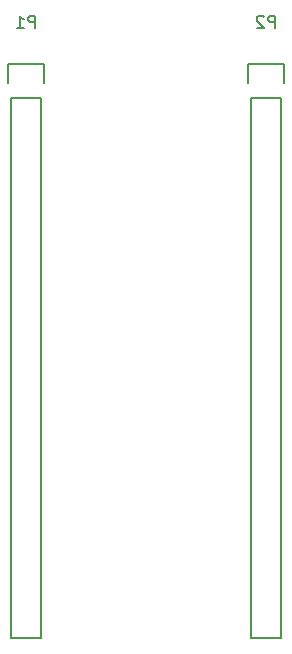
<source format=gbr>
G04 #@! TF.FileFunction,Legend,Bot*
%FSLAX46Y46*%
G04 Gerber Fmt 4.6, Leading zero omitted, Abs format (unit mm)*
G04 Created by KiCad (PCBNEW 4.0.3+e1-6302~38~ubuntu16.04.1-stable) date Wed Aug 17 12:35:28 2016*
%MOMM*%
%LPD*%
G01*
G04 APERTURE LIST*
%ADD10C,0.100000*%
%ADD11C,0.150000*%
G04 APERTURE END LIST*
D10*
D11*
X129540000Y-106680000D02*
X129540000Y-152400000D01*
X129540000Y-152400000D02*
X132080000Y-152400000D01*
X132080000Y-152400000D02*
X132080000Y-106680000D01*
X129260000Y-103860000D02*
X129260000Y-105410000D01*
X129540000Y-106680000D02*
X132080000Y-106680000D01*
X132360000Y-105410000D02*
X132360000Y-103860000D01*
X132360000Y-103860000D02*
X129260000Y-103860000D01*
X149860000Y-106680000D02*
X149860000Y-152400000D01*
X149860000Y-152400000D02*
X152400000Y-152400000D01*
X152400000Y-152400000D02*
X152400000Y-106680000D01*
X149580000Y-103860000D02*
X149580000Y-105410000D01*
X149860000Y-106680000D02*
X152400000Y-106680000D01*
X152680000Y-105410000D02*
X152680000Y-103860000D01*
X152680000Y-103860000D02*
X149580000Y-103860000D01*
X131548095Y-100762381D02*
X131548095Y-99762381D01*
X131167142Y-99762381D01*
X131071904Y-99810000D01*
X131024285Y-99857619D01*
X130976666Y-99952857D01*
X130976666Y-100095714D01*
X131024285Y-100190952D01*
X131071904Y-100238571D01*
X131167142Y-100286190D01*
X131548095Y-100286190D01*
X130024285Y-100762381D02*
X130595714Y-100762381D01*
X130310000Y-100762381D02*
X130310000Y-99762381D01*
X130405238Y-99905238D01*
X130500476Y-100000476D01*
X130595714Y-100048095D01*
X151868095Y-100762381D02*
X151868095Y-99762381D01*
X151487142Y-99762381D01*
X151391904Y-99810000D01*
X151344285Y-99857619D01*
X151296666Y-99952857D01*
X151296666Y-100095714D01*
X151344285Y-100190952D01*
X151391904Y-100238571D01*
X151487142Y-100286190D01*
X151868095Y-100286190D01*
X150915714Y-99857619D02*
X150868095Y-99810000D01*
X150772857Y-99762381D01*
X150534761Y-99762381D01*
X150439523Y-99810000D01*
X150391904Y-99857619D01*
X150344285Y-99952857D01*
X150344285Y-100048095D01*
X150391904Y-100190952D01*
X150963333Y-100762381D01*
X150344285Y-100762381D01*
M02*

</source>
